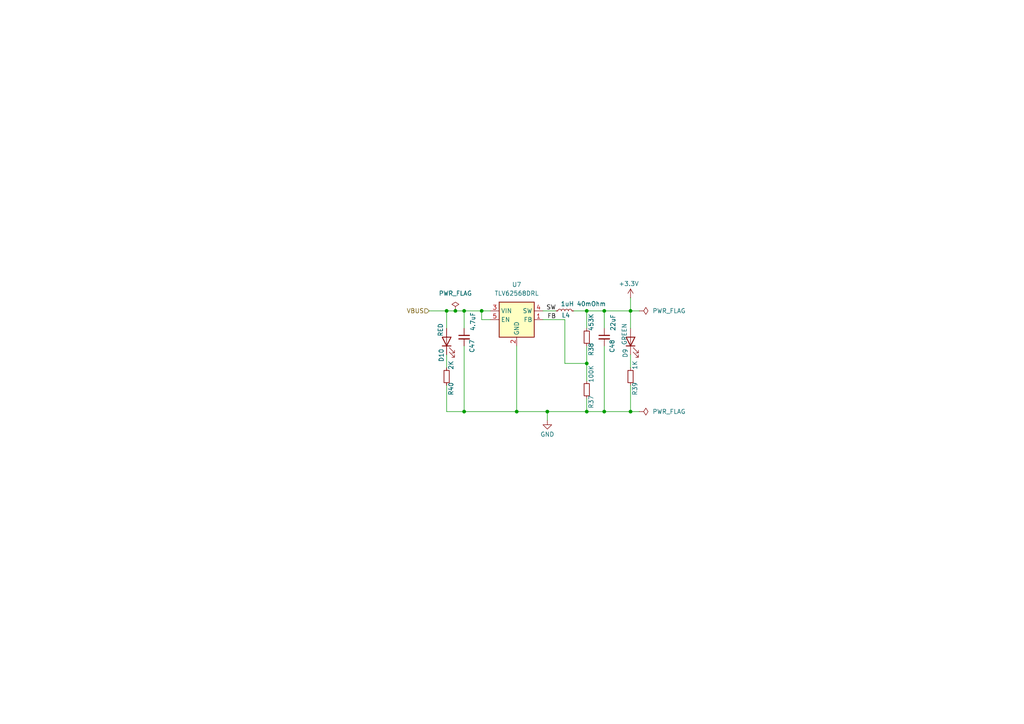
<source format=kicad_sch>
(kicad_sch (version 20231120) (generator "eeschema") (generator_version "8.0")
  (paper "A4")
  (title_block (title "RP2350 Target Board") (date "2024-10-29") (rev "rev1-rc1") (company "Pigweed"))
  (lib_symbols
    (symbol "Device:C_Small" (pin_numbers hide) (pin_names (offset 0.254) hide)
      (property "Reference" "C" (at 0.254 1.778 0))
      (property "Value" "C_Small" (at 0.254 -2.032 0))
      (symbol "C_Small_0_1"
        (polyline (pts (xy -1.524 -0.508) (xy 1.524 -0.508)) (stroke (width 0.3302)))
        (polyline (pts (xy -1.524 0.508) (xy 1.524 0.508)) (stroke (width 0.3048)))
      )
      (symbol "C_Small_1_1"
        (pin passive line (at 0 2.54 270) (length 2.032) (name "~") (number "1"))
        (pin passive line (at 0 -2.54 90) (length 2.032) (name "~") (number "2"))
      )
    )
    (symbol "Device:LED" (pin_numbers hide) (pin_names (offset 1.016) hide)
      (property "Reference" "D" (at 0 2.54 0))
      (property "Value" "LED" (at 0 -2.54 0))
      (symbol "LED_0_1"
        (polyline (pts (xy -1.27 -1.27) (xy -1.27 1.27)) (stroke (width 0.254)))
        (polyline (pts (xy -1.27 0) (xy 1.27 0)))
        (polyline (pts (xy 1.27 -1.27) (xy 1.27 1.27) (xy -1.27 0) (xy 1.27 -1.27)) (stroke (width 0.254)))
        (polyline (pts (xy -3.048 -0.762) (xy -4.572 -2.286) (xy -3.81 -2.286) (xy -4.572 -2.286) (xy -4.572 -1.524)))
        (polyline (pts (xy -1.778 -0.762) (xy -3.302 -2.286) (xy -2.54 -2.286) (xy -3.302 -2.286) (xy -3.302 -1.524)))
      )
      (symbol "LED_1_1"
        (pin passive line (at -3.81 0 0) (length 2.54) (name "K") (number "1"))
        (pin passive line (at 3.81 0 180) (length 2.54) (name "A") (number "2"))
      )
    )
    (symbol "Device:L_Small" (pin_numbers hide) (pin_names (offset 0.254) hide)
      (property "Reference" "L" (at 0.762 1.016 0))
      (property "Value" "L_Small" (at 0.762 -1.016 0))
      (symbol "L_Small_0_1"
        (arc (start 0 -2.032) (mid 0.5058 -1.524) (end 0 -1.016))
        (arc (start 0 -1.016) (mid 0.5058 -0.508) (end 0 0))
        (arc (start 0 0) (mid 0.5058 0.508) (end 0 1.016))
        (arc (start 0 1.016) (mid 0.5058 1.524) (end 0 2.032))
      )
      (symbol "L_Small_1_1"
        (pin passive line (at 0 2.54 270) (length 0.508) (name "~") (number "1"))
        (pin passive line (at 0 -2.54 90) (length 0.508) (name "~") (number "2"))
      )
    )
    (symbol "Device:R_Small" (pin_numbers hide) (pin_names (offset 0.254) hide)
      (property "Reference" "R" (at 0.762 0.508 0))
      (property "Value" "R_Small" (at 0.762 -1.016 0))
      (symbol "R_Small_0_1"
        (rectangle (start -0.762 1.778) (end 0.762 -1.778) (stroke (width 0.2032)))
      )
      (symbol "R_Small_1_1"
        (pin passive line (at 0 2.54 270) (length 0.762) (name "~") (number "1"))
        (pin passive line (at 0 -2.54 90) (length 0.762) (name "~") (number "2"))
      )
    )
    (symbol "Regulator_Switching:TLV62568DRL"
      (property "Reference" "U" (at -5.08 6.35 0))
      (property "Value" "TLV62568DRL" (at 0 6.35 0))
      (symbol "TLV62568DRL_0_1"
        (rectangle (start -5.08 5.08) (end 5.08 -5.08) (stroke (width 0.254)) (fill (type background)))
      )
      (symbol "TLV62568DRL_1_1"
        (pin input line (at 7.62 0 180) (length 2.54) (name "FB") (number "1"))
        (pin power_in line (at 0 -7.62 90) (length 2.54) (name "GND") (number "2"))
        (pin power_in line (at -7.62 2.54 0) (length 2.54) (name "VIN") (number "3"))
        (pin power_out line (at 7.62 2.54 180) (length 2.54) (name "SW") (number "4"))
        (pin input line (at -7.62 0 0) (length 2.54) (name "EN") (number "5"))
        (pin no_connect line (at 5.08 -2.54 180) (length 2.54) hide (name "NC") (number "6"))
      )
    )
    (symbol "power:+3.3V" (power) (pin_numbers hide) (pin_names (offset 0) hide)
      (property "Value" "+3.3V" (at 0 3.556 0))
      (symbol "+3.3V_0_1"
        (polyline (pts (xy -0.762 1.27) (xy 0 2.54)))
        (polyline (pts (xy 0 0) (xy 0 2.54)))
        (polyline (pts (xy 0 2.54) (xy 0.762 1.27)))
      )
      (symbol "+3.3V_1_1"
        (pin power_in line (at 0 0 90) (length 0) (name "~") (number "1"))
      )
    )
    (symbol "power:GND" (power) (pin_numbers hide) (pin_names (offset 0) hide)
      (property "Value" "GND" (at 0 -3.81 0))
      (symbol "GND_0_1"
        (polyline (pts (xy 0 0) (xy 0 -1.27) (xy 1.27 -1.27) (xy 0 -2.54) (xy -1.27 -1.27) (xy 0 -1.27)))
      )
      (symbol "GND_1_1"
        (pin power_in line (at 0 0 270) (length 0) (name "~") (number "1"))
      )
    )
    (symbol "power:PWR_FLAG" (power) (pin_numbers hide) (pin_names (offset 0) hide)
      (property "Value" "PWR_FLAG" (at 0 3.81 0))
      (symbol "PWR_FLAG_0_0"
        (pin power_out line (at 0 0 90) (length 0) (name "~") (number "1"))
      )
      (symbol "PWR_FLAG_0_1"
        (polyline (pts (xy 0 0) (xy 0 1.27) (xy -1.016 1.905) (xy 0 2.54) (xy 1.016 1.905) (xy 0 1.27)))
      )
    )
  )
  (junction (at 170.18 105.41))
  (junction (at 158.75 119.38))
  (junction (at 182.88 119.38))
  (junction (at 129.54 90.17))
  (junction (at 182.88 90.17))
  (junction (at 175.26 119.38))
  (junction (at 134.62 119.38))
  (junction (at 132.08 90.17))
  (junction (at 175.26 90.17))
  (junction (at 170.18 119.38))
  (junction (at 134.62 90.17))
  (junction (at 170.18 90.17))
  (junction (at 149.86 119.38))
  (junction (at 139.7 90.17))
  (wire (pts (xy 182.88 90.17) (xy 185.42 90.17)))
  (wire (pts (xy 142.24 90.17) (xy 139.7 90.17)))
  (wire (pts (xy 170.18 105.41) (xy 170.18 110.49)))
  (wire (pts (xy 139.7 92.71) (xy 139.7 90.17)))
  (wire (pts (xy 158.75 119.38) (xy 158.75 121.92)))
  (wire (pts (xy 157.48 90.17) (xy 161.29 90.17)))
  (wire (pts (xy 129.54 119.38) (xy 134.62 119.38)))
  (wire (pts (xy 124.46 90.17) (xy 129.54 90.17)))
  (wire (pts (xy 182.88 102.87) (xy 182.88 106.68)))
  (wire (pts (xy 142.24 92.71) (xy 139.7 92.71)))
  (wire (pts (xy 134.62 119.38) (xy 149.86 119.38)))
  (wire (pts (xy 182.88 111.76) (xy 182.88 119.38)))
  (wire (pts (xy 163.83 92.71) (xy 157.48 92.71)))
  (wire (pts (xy 166.37 90.17) (xy 170.18 90.17)))
  (wire (pts (xy 182.88 119.38) (xy 175.26 119.38)))
  (wire (pts (xy 132.08 90.17) (xy 134.62 90.17)))
  (wire (pts (xy 182.88 119.38) (xy 185.42 119.38)))
  (wire (pts (xy 129.54 111.76) (xy 129.54 119.38)))
  (wire (pts (xy 129.54 102.87) (xy 129.54 106.68)))
  (wire (pts (xy 175.26 119.38) (xy 170.18 119.38)))
  (wire (pts (xy 129.54 90.17) (xy 132.08 90.17)))
  (wire (pts (xy 182.88 86.36) (xy 182.88 90.17)))
  (wire (pts (xy 134.62 100.33) (xy 134.62 119.38)))
  (wire (pts (xy 134.62 90.17) (xy 134.62 95.25)))
  (wire (pts (xy 182.88 90.17) (xy 182.88 95.25)))
  (wire (pts (xy 163.83 105.41) (xy 163.83 92.71)))
  (wire (pts (xy 149.86 100.33) (xy 149.86 119.38)))
  (wire (pts (xy 170.18 115.57) (xy 170.18 119.38)))
  (wire (pts (xy 170.18 90.17) (xy 170.18 95.25)))
  (wire (pts (xy 170.18 100.33) (xy 170.18 105.41)))
  (wire (pts (xy 175.26 90.17) (xy 175.26 95.25)))
  (wire (pts (xy 170.18 90.17) (xy 175.26 90.17)))
  (wire (pts (xy 175.26 100.33) (xy 175.26 119.38)))
  (wire (pts (xy 163.83 105.41) (xy 170.18 105.41)))
  (wire (pts (xy 158.75 119.38) (xy 170.18 119.38)))
  (wire (pts (xy 139.7 90.17) (xy 134.62 90.17)))
  (wire (pts (xy 149.86 119.38) (xy 158.75 119.38)))
  (wire (pts (xy 175.26 90.17) (xy 182.88 90.17)))
  (wire (pts (xy 129.54 90.17) (xy 129.54 95.25)))
  (label "SW" (at 161.29 90.17 180))
  (label "FB" (at 161.29 92.71 180))
  (hierarchical_label "VBUS" (shape input) (at 124.46 90.17 180))
  (symbol (lib_id "power:PWR_FLAG") (at 132.08 90.17 0) (unit 1)
    (property "Reference" "#FLG09" (effects (hide yes)))
    (property "Value" "PWR_FLAG" (at 132.08 85.09 0))
    (property "Description" "Special symbol for telling ERC where power comes from" (effects (hide yes)))
  )
  (symbol (lib_id "Device:L_Small") (at 163.83 90.17 90) (unit 1)
    (property "Reference" "L4" (at 165.354 91.44 90) (effects (justify left)))
    (property "Value" "1uH 40mOhm" (at 175.768 88.138 90) (effects (justify left)))
    (property "Footprint" "Inductor_SMD:L_1008_2520Metric" (effects (hide yes)))
    (property "Datasheet" "https://www.lcsc.com/datasheet/lcsc_datasheet_1912111437_Murata-Electronics-DFE252012F-1R0M-P2_C435392.pdf" (effects (hide yes)))
    (property "Description" "Inductor, small symbol" (effects (hide yes)))
    (property "Manufacturer" "Murata Electronics" (effects (hide yes)))
    (property "ManufacturerPartNo" "DFE252012F-1R0M=P2" (effects (hide yes)))
    (property "LCSC" "C435392" (effects (hide yes)))
  )
  (symbol (lib_id "Device:R_Small") (at 170.18 113.03 180) (unit 1)
    (property "Reference" "R37" (at 171.45 116.586 90))
    (property "Value" "100K" (at 171.45 108.458 90))
    (property "Footprint" "Resistor_SMD:R_0402_1005Metric" (effects (hide yes)))
    (property "Datasheet" "https://www.lcsc.com/datasheet/lcsc_datasheet_2304140030_YAGEO-RC0402FR-07100KL_C60491.pdf" (effects (hide yes)))
    (property "Description" "Resistor, small symbol" (effects (hide yes)))
    (property "Manufacturer" "YAGEO" (effects (hide yes)))
    (property "ManufacturerPartNo" "RC0402FR-07100KL " (effects (hide yes)))
    (property "LCSC" "C60491" (effects (hide yes)))
  )
  (symbol (lib_id "Device:C_Small") (at 175.26 97.79 0) (unit 1)
    (property "Reference" "C48" (at 177.546 102.362 90) (effects (justify left)))
    (property "Value" "22uF" (at 177.8 96.012 90) (effects (justify left)))
    (property "Footprint" "Capacitor_SMD:C_0603_1608Metric" (effects (hide yes)))
    (property "Datasheet" "https://www.lcsc.com/datasheet/lcsc_datasheet_2304140030_Samsung-Electro-Mechanics-CL10A226MP8NUNE_C86295.pdf" (effects (hide yes)))
    (property "Description" "Unpolarized capacitor, small symbol" (effects (hide yes)))
    (property "Manufacturer" "Samsung Electro-Mechanics" (effects (hide yes)))
    (property "ManufacturerPartNo" "CL10A226MP8NUNE" (effects (hide yes)))
    (property "LCSC" "C86295" (effects (hide yes)))
  )
  (symbol (lib_id "power:PWR_FLAG") (at 185.42 119.38 270) (unit 1)
    (property "Reference" "#FLG01" (effects (hide yes)))
    (property "Value" "PWR_FLAG" (at 189.23 119.3799 90) (effects (justify left)))
    (property "Description" "Special symbol for telling ERC where power comes from" (effects (hide yes)))
  )
  (symbol (lib_id "Device:LED") (at 129.54 99.06 90) (unit 1)
    (property "Reference" "D10" (at 128.016 101.092 0) (effects (justify right)))
    (property "Value" "RED" (at 127.762 93.726 0) (effects (justify right)))
    (property "Footprint" "LED_SMD:LED_0603_1608Metric" (effects (hide yes)))
    (property "Datasheet" "https://www.lcsc.com/datasheet/lcsc_datasheet_2402181505_XINGLIGHT-XL-1608SURC-06_C965799.pdf" (effects (hide yes)))
    (property "Description" "Light emitting diode" (effects (hide yes)))
    (property "Manufacturer" "XINGLIGHT" (effects (hide yes)))
    (property "ManufacturerPartNo" "XL-1608SURC-06" (effects (hide yes)))
    (property "LCSC" "C965799" (effects (hide yes)))
  )
  (symbol (lib_id "Regulator_Switching:TLV62568DRL") (at 149.86 92.71 0) (unit 1)
    (property "Reference" "U7" (at 149.86 82.55 0))
    (property "Value" "TLV62568DRL" (at 149.86 85.09 0))
    (property "Footprint" "Package_TO_SOT_SMD:SOT-563" (effects (hide yes)))
    (property "Datasheet" "http://www.ti.com/lit/ds/symlink/tlv62568.pdf" (effects (hide yes)))
    (property "Description" "High Efficiency Synchronous Buck Converter, Adjustable Output 0.6V-5.5V, 1A, SOT-563-6" (effects (hide yes)))
    (property "DigiKey" "296-50407-1-ND" (effects (hide yes)))
    (property "LCSC" "C398372" (effects (hide yes)))
    (property "Manufacturer" "Texas Instruments" (effects (hide yes)))
    (property "ManufacturerPartNo" "TLV62568DRL" (effects (hide yes)))
  )
  (symbol (lib_id "Device:C_Small") (at 134.62 97.79 0) (unit 1)
    (property "Reference" "C47" (at 136.906 102.362 90) (effects (justify left)))
    (property "Value" "4.7uF" (at 137.16 96.012 90) (effects (justify left)))
    (property "Footprint" "Capacitor_SMD:C_0402_1005Metric" (effects (hide yes)))
    (property "Datasheet" "https://www.lcsc.com/datasheet/lcsc_datasheet_2304140030_Samsung-Electro-Mechanics-CL05A475KP5NRNC_C368809.pdf" (effects (hide yes)))
    (property "Description" "Unpolarized capacitor, small symbol" (effects (hide yes)))
    (property "Manufacturer" "Samsung Electro-Mechanics" (effects (hide yes)))
    (property "ManufacturerPartNo" "CL05A475KP5NRNC" (effects (hide yes)))
    (property "LCSC" "C368809" (effects (hide yes)))
  )
  (symbol (lib_id "Device:LED") (at 182.88 99.06 90) (unit 1)
    (property "Reference" "D9" (at 181.356 101.092 0) (effects (justify right)))
    (property "Value" "GREEN" (at 181.102 93.726 0) (effects (justify right)))
    (property "Footprint" "LED_SMD:LED_0603_1608Metric" (effects (hide yes)))
    (property "Datasheet" "https://www.lcsc.com/datasheet/lcsc_datasheet_2402181505_XINGLIGHT-XL-1608UGC-04_C965804.pdf" (effects (hide yes)))
    (property "Description" "Light emitting diode" (effects (hide yes)))
    (property "Manufacturer" "XINGLIGHT" (effects (hide yes)))
    (property "ManufacturerPartNo" " XL-1608UGC-04" (effects (hide yes)))
    (property "LCSC" "C965804" (effects (hide yes)))
  )
  (symbol (lib_id "Device:R_Small") (at 182.88 109.22 180) (unit 1)
    (property "Reference" "R39" (at 184.15 112.776 90))
    (property "Value" "1K" (at 184.15 105.918 90))
    (property "Footprint" "Resistor_SMD:R_0402_1005Metric" (effects (hide yes)))
    (property "Datasheet" "https://www.lcsc.com/datasheet/lcsc_datasheet_2304140030_YAGEO-RC0402FR-071KL_C106235.pdf" (effects (hide yes)))
    (property "Description" "Resistor, small symbol" (effects (hide yes)))
    (property "Manufacturer" "YAGEO" (effects (hide yes)))
    (property "ManufacturerPartNo" "RC0402FR-071KL " (effects (hide yes)))
    (property "LCSC" "C106235" (effects (hide yes)))
  )
  (symbol (lib_id "Device:R_Small") (at 170.18 97.79 180) (unit 1)
    (property "Reference" "R38" (at 171.45 101.346 90))
    (property "Value" "453K" (at 171.45 93.472 90))
    (property "Footprint" "Resistor_SMD:R_0402_1005Metric" (effects (hide yes)))
    (property "Datasheet" "https://www.lcsc.com/datasheet/lcsc_datasheet_2304140030_YAGEO-RC0402FR-07453KL_C137978.pdf" (effects (hide yes)))
    (property "Description" "Resistor, small symbol" (effects (hide yes)))
    (property "Manufacturer" "YAGEO" (effects (hide yes)))
    (property "ManufacturerPartNo" "RC0402FR-07453KL" (effects (hide yes)))
    (property "LCSC" "C137978" (effects (hide yes)))
  )
  (symbol (lib_id "power:+3.3V") (at 182.88 86.36 0) (unit 1)
    (property "Reference" "#PWR058" (effects (hide yes)))
    (property "Value" "+3.3V" (at 182.372 82.296 0))
    (property "Description" "Power symbol creates a global label with name \"+3.3V\"" (effects (hide yes)))
  )
  (symbol (lib_id "power:GND") (at 158.75 121.92 0) (mirror y) (unit 1)
    (property "Reference" "#PWR057" (effects (hide yes)))
    (property "Value" "GND" (at 158.75 125.984 0))
    (property "Description" "Power symbol creates a global label with name \"GND\" , ground" (effects (hide yes)))
  )
  (symbol (lib_id "power:PWR_FLAG") (at 185.42 90.17 270) (unit 1)
    (property "Reference" "#FLG02" (effects (hide yes)))
    (property "Value" "PWR_FLAG" (at 189.23 90.1699 90) (effects (justify left)))
    (property "Description" "Special symbol for telling ERC where power comes from" (effects (hide yes)))
  )
  (symbol (lib_id "Device:R_Small") (at 129.54 109.22 180) (unit 1)
    (property "Reference" "R40" (at 130.81 112.776 90))
    (property "Value" "2K" (at 130.81 105.918 90))
    (property "Footprint" "Resistor_SMD:R_0402_1005Metric" (effects (hide yes)))
    (property "Datasheet" "https://www.lcsc.com/datasheet/lcsc_datasheet_2304140030_YAGEO-RC0402FR-072KL_C60488.pdf" (effects (hide yes)))
    (property "Description" "Resistor, small symbol" (effects (hide yes)))
    (property "Manufacturer" "YAGEO" (effects (hide yes)))
    (property "ManufacturerPartNo" "RC0402FR-072KL" (effects (hide yes)))
    (property "LCSC" "C60488" (effects (hide yes)))
  )
)
</source>
